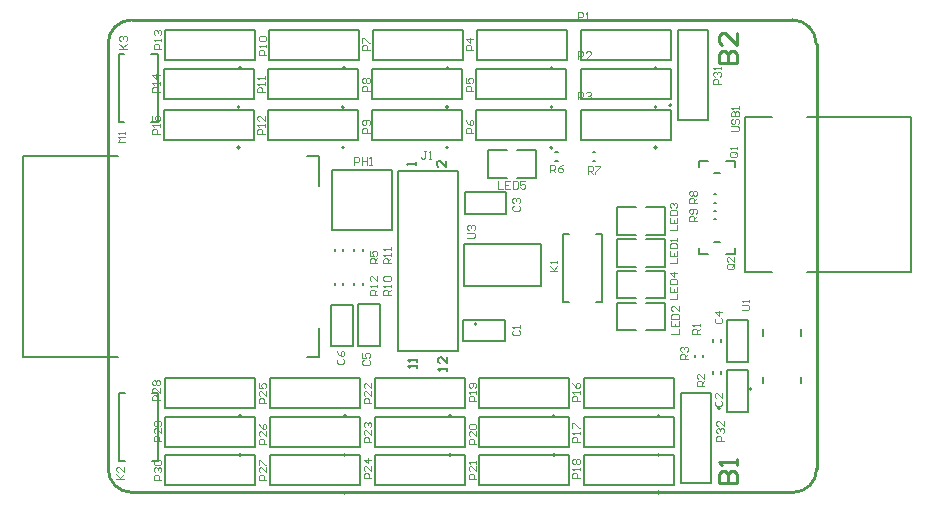
<source format=gto>
G04*
G04 #@! TF.GenerationSoftware,Altium Limited,Altium Designer,22.5.1 (42)*
G04*
G04 Layer_Color=65535*
%FSLAX25Y25*%
%MOIN*%
G70*
G04*
G04 #@! TF.SameCoordinates,6DAD0714-FCB9-4B36-A7BF-7B223F3C5BEE*
G04*
G04*
G04 #@! TF.FilePolarity,Positive*
G04*
G01*
G75*
%ADD10C,0.01000*%
%ADD11C,0.00787*%
%ADD12C,0.00600*%
%ADD13C,0.00500*%
%ADD14C,0.00400*%
D10*
X0Y7874D02*
G03*
X7874Y0I7874J0D01*
G01*
Y157500D02*
G03*
X0Y149626I0J-7874D01*
G01*
X236000Y149606D02*
G03*
X228126Y157480I-7874J0D01*
G01*
X228346Y0D02*
G03*
X236221Y7874I0J7874D01*
G01*
X228346Y0D02*
G03*
X236221Y7874I0J7874D01*
G01*
X236000Y149606D02*
G03*
X228126Y157480I-7874J0D01*
G01*
X7874Y157500D02*
G03*
X0Y149626I0J-7874D01*
G01*
Y7874D02*
G03*
X7874Y0I7874J0D01*
G01*
X0Y7874D02*
Y149606D01*
X7874Y157500D02*
X228346D01*
X236221Y7874D02*
Y149606D01*
X7874Y0D02*
X228346D01*
X7874D02*
X228346D01*
X236221Y7874D02*
Y149606D01*
X7874Y157500D02*
X228346D01*
X0Y7874D02*
Y149606D01*
X203501Y3001D02*
X209499D01*
Y6000D01*
X208499Y7000D01*
X207500D01*
X206500Y6000D01*
Y3001D01*
Y6000D01*
X205500Y7000D01*
X204501D01*
X203501Y6000D01*
Y3001D01*
X209499Y8999D02*
Y10999D01*
Y9999D01*
X203501D01*
X204501Y8999D01*
X203501Y143002D02*
X209499D01*
Y146001D01*
X208499Y147000D01*
X207500D01*
X206500Y146001D01*
Y143002D01*
Y146001D01*
X205500Y147000D01*
X204501D01*
X203501Y146001D01*
Y143002D01*
X209499Y152998D02*
Y149000D01*
X205500Y152998D01*
X204501D01*
X203501Y151999D01*
Y149999D01*
X204501Y149000D01*
D11*
X214575Y34500D02*
G03*
X214575Y34500I-394J0D01*
G01*
X203953Y28000D02*
G03*
X203953Y28000I-394J0D01*
G01*
X183894Y25441D02*
G03*
X183894Y25441I-394J0D01*
G01*
Y12441D02*
G03*
X183894Y12441I-394J0D01*
G01*
Y-59D02*
G03*
X183894Y-59I-394J0D01*
G01*
X148894Y25441D02*
G03*
X148894Y25441I-394J0D01*
G01*
X149019Y12441D02*
G03*
X149019Y12441I-394J0D01*
G01*
Y-59D02*
G03*
X149019Y-59I-394J0D01*
G01*
X114394Y25441D02*
G03*
X114394Y25441I-394J0D01*
G01*
Y12441D02*
G03*
X114394Y12441I-394J0D01*
G01*
Y-59D02*
G03*
X114394Y-59I-394J0D01*
G01*
X79269D02*
G03*
X79269Y-59I-394J0D01*
G01*
Y12441D02*
G03*
X79269Y12441I-394J0D01*
G01*
X79394Y25441D02*
G03*
X79394Y25441I-394J0D01*
G01*
X44394D02*
G03*
X44394Y25441I-394J0D01*
G01*
Y12441D02*
G03*
X44394Y12441I-394J0D01*
G01*
Y-59D02*
G03*
X44394Y-59I-394J0D01*
G01*
X122878Y56146D02*
G03*
X122878Y56146I-394J0D01*
G01*
X187835Y129000D02*
G03*
X187835Y129000I-394J0D01*
G01*
X148144Y114941D02*
G03*
X148144Y114941I-394J0D01*
G01*
Y128441D02*
G03*
X148144Y128441I-394J0D01*
G01*
X148269Y141441D02*
G03*
X148269Y141441I-394J0D01*
G01*
X113394Y114941D02*
G03*
X113394Y114941I-394J0D01*
G01*
Y128441D02*
G03*
X113394Y128441I-394J0D01*
G01*
X113644Y141441D02*
G03*
X113644Y141441I-394J0D01*
G01*
X79019D02*
G03*
X79019Y141441I-394J0D01*
G01*
X78644Y128441D02*
G03*
X78644Y128441I-394J0D01*
G01*
Y114941D02*
G03*
X78644Y114941I-394J0D01*
G01*
X43894D02*
G03*
X43894Y114941I-394J0D01*
G01*
Y128441D02*
G03*
X43894Y128441I-394J0D01*
G01*
X44394Y141441D02*
G03*
X44394Y141441I-394J0D01*
G01*
X182894D02*
G03*
X182894Y141441I-394J0D01*
G01*
Y128441D02*
G03*
X182894Y128441I-394J0D01*
G01*
Y114941D02*
G03*
X182894Y114941I-394J0D01*
G01*
X94500Y87500D02*
Y107500D01*
X74500D02*
X94500D01*
X74500Y87500D02*
X94500D01*
X74500D02*
Y107500D01*
X96500Y107000D02*
X116500D01*
Y47000D02*
Y107000D01*
X96500Y47000D02*
X116500D01*
X96500D02*
Y107000D01*
X230874Y36350D02*
Y38555D01*
X218433Y36350D02*
Y38555D01*
Y52098D02*
Y54303D01*
X230874Y52098D02*
Y54303D01*
X206212Y43546D02*
Y57476D01*
X213298Y43546D02*
Y57476D01*
X206212Y43546D02*
X213298D01*
X206212Y57476D02*
X213261D01*
X206212Y26828D02*
Y40758D01*
X213298Y26828D02*
Y40758D01*
X206212Y26828D02*
X213298D01*
X206212Y40758D02*
X213261D01*
X204457Y39606D02*
Y40394D01*
X201504Y39606D02*
Y40394D01*
Y50244D02*
Y51032D01*
X204457Y50244D02*
Y51032D01*
X198457Y45106D02*
Y45894D01*
X195504Y45106D02*
Y45894D01*
X201000Y3000D02*
Y33000D01*
X191000Y3000D02*
Y33000D01*
Y3000D02*
X201000D01*
X191000Y33000D02*
X201000D01*
X158500Y28000D02*
X188500D01*
X158500Y38000D02*
X188500D01*
X158500Y28000D02*
Y38000D01*
X188500Y28000D02*
Y38000D01*
X158500Y15000D02*
X188500D01*
X158500Y25000D02*
X188500D01*
X158500Y15000D02*
Y25000D01*
X188500Y15000D02*
Y25000D01*
X158500Y2500D02*
X188500D01*
X158500Y12500D02*
X188500D01*
X158500Y2500D02*
Y12500D01*
X188500Y2500D02*
Y12500D01*
X123500Y28000D02*
X153500D01*
X123500Y38000D02*
X153500D01*
X123500Y28000D02*
Y38000D01*
X153500Y28000D02*
Y38000D01*
X123625Y15000D02*
X153625D01*
X123625Y25000D02*
X153625D01*
X123625Y15000D02*
Y25000D01*
X153625Y15000D02*
Y25000D01*
X123625Y2500D02*
X153625D01*
X123625Y12500D02*
X153625D01*
X123625Y2500D02*
Y12500D01*
X153625Y2500D02*
Y12500D01*
X89000Y28000D02*
X119000D01*
X89000Y38000D02*
X119000D01*
X89000Y28000D02*
Y38000D01*
X119000Y28000D02*
Y38000D01*
X89000Y15000D02*
X119000D01*
X89000Y25000D02*
X119000D01*
X89000Y15000D02*
Y25000D01*
X119000Y15000D02*
Y25000D01*
X89000Y2500D02*
X119000D01*
X89000Y12500D02*
X119000D01*
X89000Y2500D02*
Y12500D01*
X119000Y2500D02*
Y12500D01*
X53875Y2500D02*
X83875D01*
X53875Y12500D02*
X83875D01*
X53875Y2500D02*
Y12500D01*
X83875Y2500D02*
Y12500D01*
X53875Y15000D02*
X83875D01*
X53875Y25000D02*
X83875D01*
X53875Y15000D02*
Y25000D01*
X83875Y15000D02*
Y25000D01*
X54000Y28000D02*
X84000D01*
X54000Y38000D02*
X84000D01*
X54000Y28000D02*
Y38000D01*
X84000Y28000D02*
Y38000D01*
X19000Y28000D02*
X49000D01*
X19000Y38000D02*
X49000D01*
X19000Y28000D02*
Y38000D01*
X49000Y28000D02*
Y38000D01*
Y15000D02*
Y25000D01*
X19000Y15000D02*
Y25000D01*
X49000D01*
X19000Y15000D02*
X49000D01*
X19000Y2500D02*
X49000D01*
X19000Y12500D02*
X49000D01*
X19000Y2500D02*
Y12500D01*
X49000Y2500D02*
Y12500D01*
X-28213Y45035D02*
Y111965D01*
X66276Y45035D02*
X70213D01*
Y54878D01*
Y102122D02*
Y111965D01*
X66276D02*
X70213D01*
X-28213Y45035D02*
X3283D01*
X-28213Y111965D02*
X3283D01*
X84996Y80356D02*
Y81144D01*
X82043Y80356D02*
Y81144D01*
X75504Y80356D02*
Y81144D01*
X78457Y80356D02*
Y81144D01*
X233075Y73492D02*
X267721D01*
Y125067D01*
X233075D02*
X267721D01*
X212209Y73492D02*
X221264D01*
X212209D02*
Y125067D01*
X221264D01*
X201957Y99496D02*
X202744D01*
X201957Y96543D02*
X202744D01*
X201957Y91004D02*
X202744D01*
X201957Y93957D02*
X202744D01*
X185500Y53973D02*
Y63028D01*
X169752Y53973D02*
Y63028D01*
X179201Y53973D02*
X185500D01*
X169752D02*
X176051D01*
X179201Y63028D02*
X185500D01*
X169752D02*
X176051D01*
X169752Y64629D02*
Y73684D01*
X185500Y64629D02*
Y73684D01*
X169752D02*
X176051D01*
X179201D02*
X185500D01*
X169752Y64629D02*
X176051D01*
X179201D02*
X185500D01*
X169752Y85941D02*
Y94996D01*
X185500Y85941D02*
Y94996D01*
X169752D02*
X176051D01*
X179201D02*
X185500D01*
X169752Y85941D02*
X176051D01*
X179201D02*
X185500D01*
Y75285D02*
Y84340D01*
X169752Y75285D02*
Y84340D01*
X179201Y75285D02*
X185500D01*
X169752D02*
X176051D01*
X179201Y84340D02*
X185500D01*
X169752D02*
X176051D01*
X118350Y50457D02*
X132280D01*
X118350Y57543D02*
X132280D01*
Y50457D02*
Y57543D01*
X118350Y50457D02*
Y57506D01*
X81543Y48658D02*
Y62587D01*
X74457Y48658D02*
Y62587D01*
X81543D01*
X74494Y48658D02*
X81543D01*
X90543Y48850D02*
Y62780D01*
X83457Y48850D02*
Y62780D01*
X90543D01*
X83495Y48850D02*
X90543D01*
X75504Y69106D02*
Y69894D01*
X78457Y69106D02*
Y69894D01*
X82043Y69106D02*
Y69894D01*
X84996Y69106D02*
Y69894D01*
X118850Y92957D02*
X132780D01*
X118850Y100043D02*
X132780D01*
Y92957D02*
Y100043D01*
X118850Y92957D02*
Y100005D01*
X126752Y104941D02*
Y113996D01*
X142500Y104941D02*
Y113996D01*
X126752D02*
X133051D01*
X136201D02*
X142500D01*
X126752Y104941D02*
X133051D01*
X136201D02*
X142500D01*
X149106Y113457D02*
X149894D01*
X149106Y110504D02*
X149894D01*
X161606Y113457D02*
X162394D01*
X161606Y110504D02*
X162394D01*
X190000Y124000D02*
Y154000D01*
X200000Y124000D02*
Y154000D01*
X190000D02*
X200000D01*
X190000Y124000D02*
X200000D01*
X122750Y117500D02*
X152750D01*
X122750Y127500D02*
X152750D01*
X122750Y117500D02*
Y127500D01*
X152750Y117500D02*
Y127500D01*
X122750Y131000D02*
X152750D01*
X122750Y141000D02*
X152750D01*
X122750Y131000D02*
Y141000D01*
X152750Y131000D02*
Y141000D01*
X122875Y144000D02*
X152875D01*
X122875Y154000D02*
X152875D01*
X122875Y144000D02*
Y154000D01*
X152875Y144000D02*
Y154000D01*
X88000Y117500D02*
X118000D01*
X88000Y127500D02*
X118000D01*
X88000Y117500D02*
Y127500D01*
X118000Y117500D02*
Y127500D01*
X88000Y131000D02*
X118000D01*
X88000Y141000D02*
X118000D01*
X88000Y131000D02*
Y141000D01*
X118000Y131000D02*
Y141000D01*
X88250Y144000D02*
X118250D01*
X88250Y154000D02*
X118250D01*
X88250Y144000D02*
Y154000D01*
X118250Y144000D02*
Y154000D01*
X53625Y144000D02*
X83625D01*
X53625Y154000D02*
X83625D01*
X53625Y144000D02*
Y154000D01*
X83625Y144000D02*
Y154000D01*
X53250Y131000D02*
X83250D01*
X53250Y141000D02*
X83250D01*
X53250Y131000D02*
Y141000D01*
X83250Y131000D02*
Y141000D01*
X53250Y117500D02*
X83250D01*
X53250Y127500D02*
X83250D01*
X53250Y117500D02*
Y127500D01*
X83250Y117500D02*
Y127500D01*
X18500Y117500D02*
X48500D01*
X18500Y127500D02*
X48500D01*
X18500Y117500D02*
Y127500D01*
X48500Y117500D02*
Y127500D01*
X18500Y131000D02*
X48500D01*
X18500Y141000D02*
X48500D01*
X18500Y131000D02*
Y141000D01*
X48500Y131000D02*
Y141000D01*
X19000Y144000D02*
X49000D01*
X19000Y154000D02*
X49000D01*
X19000Y144000D02*
Y154000D01*
X49000Y144000D02*
Y154000D01*
X187500Y144000D02*
Y154000D01*
X157500Y144000D02*
Y154000D01*
X187500D01*
X157500Y144000D02*
X187500D01*
Y131000D02*
Y141000D01*
X157500Y131000D02*
Y141000D01*
X187500D01*
X157500Y131000D02*
X187500D01*
Y117500D02*
Y127500D01*
X157500Y117500D02*
Y127500D01*
X187500D01*
X157500Y117500D02*
X187500D01*
D12*
X3500Y10500D02*
Y33000D01*
X16500Y10500D02*
Y33000D01*
X3500Y10500D02*
X5800D01*
X3500Y33000D02*
X5800D01*
X14600Y10500D02*
X16500D01*
X14600Y33000D02*
X16500D01*
X151500Y63500D02*
Y86000D01*
X164500Y63500D02*
Y86000D01*
X151500Y63500D02*
X153800D01*
X151500Y86000D02*
X153800D01*
X162600Y63500D02*
X164500D01*
X162600Y86000D02*
X164500D01*
X16499Y123500D02*
Y146000D01*
X3500Y123500D02*
Y146000D01*
X14199D02*
X16499D01*
X14199Y123500D02*
X16499D01*
X3500Y146000D02*
X5399D01*
X3500Y123500D02*
X5399D01*
D13*
X197095Y110468D02*
X200047D01*
X197095Y108500D02*
Y110468D01*
X205953D02*
X208906D01*
Y108500D02*
Y110468D01*
X202016Y106532D02*
X203984D01*
X205953Y79532D02*
X208906D01*
Y81500D01*
X197095Y79532D02*
X200047D01*
X197095D02*
Y81500D01*
X202016Y83469D02*
X203984D01*
X118695Y68931D02*
Y82730D01*
X144305D01*
Y68931D02*
Y82730D01*
X118695Y68931D02*
X144305D01*
X112500Y110499D02*
Y108500D01*
X110501Y110499D01*
X110001D01*
X109501Y110000D01*
Y109000D01*
X110001Y108500D01*
X102500Y109000D02*
Y110000D01*
Y109500D01*
X99501D01*
X100001Y109000D01*
X103000Y41500D02*
Y42500D01*
Y42000D01*
X100001D01*
X100501Y41500D01*
X103000Y43500D02*
Y44500D01*
Y44000D01*
X100001D01*
X100501Y43500D01*
X113000Y40500D02*
Y41500D01*
Y41000D01*
X110001D01*
X110501Y40500D01*
X113000Y44998D02*
Y42999D01*
X111001Y44998D01*
X110501D01*
X110001Y44499D01*
Y43499D01*
X110501Y42999D01*
D14*
X82084Y109250D02*
Y111750D01*
X83334D01*
X83750Y111333D01*
Y110500D01*
X83334Y110083D01*
X82084D01*
X84583Y111750D02*
Y109250D01*
Y110500D01*
X86250D01*
Y111750D01*
Y109250D01*
X87083D02*
X87916D01*
X87499D01*
Y111750D01*
X87083Y111333D01*
X106000Y113750D02*
X105167D01*
X105584D01*
Y111667D01*
X105167Y111250D01*
X104750D01*
X104334Y111667D01*
X106833Y111250D02*
X107666D01*
X107250D01*
Y113750D01*
X106833Y113333D01*
X211250Y60834D02*
X213333D01*
X213750Y61250D01*
Y62084D01*
X213333Y62500D01*
X211250D01*
X213750Y63333D02*
Y64166D01*
Y63750D01*
X211250D01*
X211667Y63333D01*
X202667Y58083D02*
X202250Y57667D01*
Y56834D01*
X202667Y56417D01*
X204333D01*
X204750Y56834D01*
Y57667D01*
X204333Y58083D01*
X204750Y60166D02*
X202250D01*
X203500Y58916D01*
Y60583D01*
X202667Y30584D02*
X202250Y30167D01*
Y29334D01*
X202667Y28917D01*
X204333D01*
X204750Y29334D01*
Y30167D01*
X204333Y30584D01*
X204750Y33083D02*
Y31416D01*
X203083Y33083D01*
X202667D01*
X202250Y32666D01*
Y31833D01*
X202667Y31416D01*
X198750Y35417D02*
X196250D01*
Y36667D01*
X196667Y37084D01*
X197500D01*
X197916Y36667D01*
Y35417D01*
Y36250D02*
X198750Y37084D01*
Y39583D02*
Y37916D01*
X197083Y39583D01*
X196667D01*
X196250Y39166D01*
Y38333D01*
X196667Y37916D01*
X197250Y52834D02*
X194750D01*
Y54084D01*
X195167Y54500D01*
X196000D01*
X196416Y54084D01*
Y52834D01*
Y53667D02*
X197250Y54500D01*
Y55333D02*
Y56166D01*
Y55750D01*
X194750D01*
X195167Y55333D01*
X193250Y44417D02*
X190750D01*
Y45667D01*
X191167Y46084D01*
X192000D01*
X192417Y45667D01*
Y44417D01*
Y45250D02*
X193250Y46084D01*
X191167Y46916D02*
X190750Y47333D01*
Y48166D01*
X191167Y48583D01*
X191583D01*
X192000Y48166D01*
Y47750D01*
Y48166D01*
X192417Y48583D01*
X192833D01*
X193250Y48166D01*
Y47333D01*
X192833Y46916D01*
X205250Y17168D02*
X202750D01*
Y18417D01*
X203167Y18834D01*
X204000D01*
X204416Y18417D01*
Y17168D01*
X203167Y19667D02*
X202750Y20084D01*
Y20917D01*
X203167Y21333D01*
X203584D01*
X204000Y20917D01*
Y20500D01*
Y20917D01*
X204416Y21333D01*
X204833D01*
X205250Y20917D01*
Y20084D01*
X204833Y19667D01*
X205250Y23832D02*
Y22166D01*
X203584Y23832D01*
X203167D01*
X202750Y23416D01*
Y22583D01*
X203167Y22166D01*
X157250Y30376D02*
X154750D01*
Y31626D01*
X155167Y32042D01*
X156000D01*
X156416Y31626D01*
Y30376D01*
X157250Y32875D02*
Y33708D01*
Y33292D01*
X154750D01*
X155167Y32875D01*
X154750Y36624D02*
X155167Y35791D01*
X156000Y34958D01*
X156833D01*
X157250Y35374D01*
Y36208D01*
X156833Y36624D01*
X156416D01*
X156000Y36208D01*
Y34958D01*
X157250Y16876D02*
X154750D01*
Y18126D01*
X155167Y18542D01*
X156000D01*
X156416Y18126D01*
Y16876D01*
X157250Y19375D02*
Y20208D01*
Y19792D01*
X154750D01*
X155167Y19375D01*
X154750Y21458D02*
Y23124D01*
X155167D01*
X156833Y21458D01*
X157250D01*
Y4876D02*
X154750D01*
Y6126D01*
X155167Y6542D01*
X156000D01*
X156416Y6126D01*
Y4876D01*
X157250Y7375D02*
Y8208D01*
Y7792D01*
X154750D01*
X155167Y7375D01*
Y9458D02*
X154750Y9874D01*
Y10707D01*
X155167Y11124D01*
X155583D01*
X156000Y10707D01*
X156416Y11124D01*
X156833D01*
X157250Y10707D01*
Y9874D01*
X156833Y9458D01*
X156416D01*
X156000Y9874D01*
X155583Y9458D01*
X155167D01*
X156000Y9874D02*
Y10707D01*
X122750Y30376D02*
X120250D01*
Y31626D01*
X120667Y32042D01*
X121500D01*
X121916Y31626D01*
Y30376D01*
X122750Y32875D02*
Y33708D01*
Y33292D01*
X120250D01*
X120667Y32875D01*
X122333Y34958D02*
X122750Y35374D01*
Y36208D01*
X122333Y36624D01*
X120667D01*
X120250Y36208D01*
Y35374D01*
X120667Y34958D01*
X121083D01*
X121500Y35374D01*
Y36624D01*
X122750Y16168D02*
X120250D01*
Y17417D01*
X120667Y17834D01*
X121500D01*
X121916Y17417D01*
Y16168D01*
X122750Y20333D02*
Y18667D01*
X121083Y20333D01*
X120667D01*
X120250Y19917D01*
Y19083D01*
X120667Y18667D01*
Y21166D02*
X120250Y21583D01*
Y22416D01*
X120667Y22832D01*
X122333D01*
X122750Y22416D01*
Y21583D01*
X122333Y21166D01*
X120667D01*
X122750Y4584D02*
X120250D01*
Y5834D01*
X120667Y6250D01*
X121500D01*
X121916Y5834D01*
Y4584D01*
X122750Y8750D02*
Y7084D01*
X121083Y8750D01*
X120667D01*
X120250Y8333D01*
Y7500D01*
X120667Y7084D01*
X122750Y9583D02*
Y10416D01*
Y9999D01*
X120250D01*
X120667Y9583D01*
X87750Y29668D02*
X85250D01*
Y30917D01*
X85667Y31334D01*
X86500D01*
X86917Y30917D01*
Y29668D01*
X87750Y33833D02*
Y32167D01*
X86084Y33833D01*
X85667D01*
X85250Y33417D01*
Y32583D01*
X85667Y32167D01*
X87750Y36332D02*
Y34666D01*
X86084Y36332D01*
X85667D01*
X85250Y35916D01*
Y35083D01*
X85667Y34666D01*
X87750Y16668D02*
X85250D01*
Y17917D01*
X85667Y18334D01*
X86500D01*
X86917Y17917D01*
Y16668D01*
X87750Y20833D02*
Y19167D01*
X86084Y20833D01*
X85667D01*
X85250Y20416D01*
Y19583D01*
X85667Y19167D01*
Y21666D02*
X85250Y22083D01*
Y22916D01*
X85667Y23332D01*
X86084D01*
X86500Y22916D01*
Y22499D01*
Y22916D01*
X86917Y23332D01*
X87333D01*
X87750Y22916D01*
Y22083D01*
X87333Y21666D01*
X87750Y4668D02*
X85250D01*
Y5917D01*
X85667Y6334D01*
X86500D01*
X86917Y5917D01*
Y4668D01*
X87750Y8833D02*
Y7167D01*
X86084Y8833D01*
X85667D01*
X85250Y8416D01*
Y7583D01*
X85667Y7167D01*
X87750Y10916D02*
X85250D01*
X86500Y9666D01*
Y11332D01*
X52750Y4168D02*
X50250D01*
Y5417D01*
X50667Y5834D01*
X51500D01*
X51916Y5417D01*
Y4168D01*
X52750Y8333D02*
Y6667D01*
X51083Y8333D01*
X50667D01*
X50250Y7916D01*
Y7084D01*
X50667Y6667D01*
X50250Y9166D02*
Y10832D01*
X50667D01*
X52333Y9166D01*
X52750D01*
Y16168D02*
X50250D01*
Y17417D01*
X50667Y17834D01*
X51500D01*
X51916Y17417D01*
Y16168D01*
X52750Y20333D02*
Y18667D01*
X51083Y20333D01*
X50667D01*
X50250Y19917D01*
Y19083D01*
X50667Y18667D01*
X50250Y22832D02*
X50667Y21999D01*
X51500Y21166D01*
X52333D01*
X52750Y21583D01*
Y22416D01*
X52333Y22832D01*
X51916D01*
X51500Y22416D01*
Y21166D01*
X52750Y29668D02*
X50250D01*
Y30917D01*
X50667Y31334D01*
X51500D01*
X51916Y30917D01*
Y29668D01*
X52750Y33833D02*
Y32167D01*
X51083Y33833D01*
X50667D01*
X50250Y33417D01*
Y32583D01*
X50667Y32167D01*
X50250Y36332D02*
Y34666D01*
X51500D01*
X51083Y35499D01*
Y35916D01*
X51500Y36332D01*
X52333D01*
X52750Y35916D01*
Y35083D01*
X52333Y34666D01*
X17250Y30668D02*
X14750D01*
Y31917D01*
X15167Y32334D01*
X16000D01*
X16417Y31917D01*
Y30668D01*
X17250Y34833D02*
Y33167D01*
X15584Y34833D01*
X15167D01*
X14750Y34416D01*
Y33584D01*
X15167Y33167D01*
Y35666D02*
X14750Y36083D01*
Y36916D01*
X15167Y37332D01*
X15584D01*
X16000Y36916D01*
X16417Y37332D01*
X16833D01*
X17250Y36916D01*
Y36083D01*
X16833Y35666D01*
X16417D01*
X16000Y36083D01*
X15584Y35666D01*
X15167D01*
X16000Y36083D02*
Y36916D01*
X17750Y17168D02*
X15250D01*
Y18417D01*
X15667Y18834D01*
X16500D01*
X16917Y18417D01*
Y17168D01*
X17750Y21333D02*
Y19667D01*
X16083Y21333D01*
X15667D01*
X15250Y20917D01*
Y20084D01*
X15667Y19667D01*
X17333Y22166D02*
X17750Y22583D01*
Y23416D01*
X17333Y23832D01*
X15667D01*
X15250Y23416D01*
Y22583D01*
X15667Y22166D01*
X16083D01*
X16500Y22583D01*
Y23832D01*
X17750Y4168D02*
X15250D01*
Y5417D01*
X15667Y5834D01*
X16500D01*
X16917Y5417D01*
Y4168D01*
X15667Y6667D02*
X15250Y7084D01*
Y7916D01*
X15667Y8333D01*
X16083D01*
X16500Y7916D01*
Y7500D01*
Y7916D01*
X16917Y8333D01*
X17333D01*
X17750Y7916D01*
Y7084D01*
X17333Y6667D01*
X15667Y9166D02*
X15250Y9583D01*
Y10416D01*
X15667Y10832D01*
X17333D01*
X17750Y10416D01*
Y9583D01*
X17333Y9166D01*
X15667D01*
X2750Y4417D02*
X5250D01*
X4417D01*
X2750Y6084D01*
X4000Y4834D01*
X5250Y6084D01*
Y8583D02*
Y6916D01*
X3583Y8583D01*
X3167D01*
X2750Y8166D01*
Y7333D01*
X3167Y6916D01*
X5750Y116834D02*
X3250D01*
X4084Y117667D01*
X3250Y118500D01*
X5750D01*
Y119333D02*
Y120166D01*
Y119750D01*
X3250D01*
X3667Y119333D01*
X94250Y76293D02*
X91750D01*
Y77542D01*
X92167Y77959D01*
X93000D01*
X93417Y77542D01*
Y76293D01*
Y77126D02*
X94250Y77959D01*
Y78792D02*
Y79625D01*
Y79208D01*
X91750D01*
X92167Y78792D01*
X94250Y80874D02*
Y81708D01*
Y81291D01*
X91750D01*
X92167Y80874D01*
X89750Y76293D02*
X87250D01*
Y77542D01*
X87667Y77959D01*
X88500D01*
X88916Y77542D01*
Y76293D01*
Y77126D02*
X89750Y77959D01*
X87250Y80458D02*
Y78792D01*
X88500D01*
X88083Y79625D01*
Y80041D01*
X88500Y80458D01*
X89333D01*
X89750Y80041D01*
Y79208D01*
X89333Y78792D01*
X147250Y73834D02*
X149750D01*
X148916D01*
X147250Y75500D01*
X148500Y74250D01*
X149750Y75500D01*
Y76333D02*
Y77166D01*
Y76750D01*
X147250D01*
X147667Y76333D01*
X207750Y120335D02*
X209833D01*
X210250Y120751D01*
Y121584D01*
X209833Y122001D01*
X207750D01*
X208167Y124500D02*
X207750Y124083D01*
Y123250D01*
X208167Y122834D01*
X208583D01*
X209000Y123250D01*
Y124083D01*
X209417Y124500D01*
X209833D01*
X210250Y124083D01*
Y123250D01*
X209833Y122834D01*
X207750Y125333D02*
X210250D01*
Y126583D01*
X209833Y126999D01*
X209417D01*
X209000Y126583D01*
Y125333D01*
Y126583D01*
X208583Y126999D01*
X208167D01*
X207750Y126583D01*
Y125333D01*
X210250Y127832D02*
Y128665D01*
Y128249D01*
X207750D01*
X208167Y127832D01*
X209333Y113500D02*
X207667D01*
X207250Y113084D01*
Y112250D01*
X207667Y111834D01*
X209333D01*
X209750Y112250D01*
Y113084D01*
X208916Y112667D02*
X209750Y113500D01*
Y113084D02*
X209333Y113500D01*
X209750Y114333D02*
Y115166D01*
Y114750D01*
X207250D01*
X207667Y114333D01*
X196250Y96417D02*
X193750D01*
Y97667D01*
X194167Y98084D01*
X195000D01*
X195416Y97667D01*
Y96417D01*
Y97250D02*
X196250Y98084D01*
X194167Y98917D02*
X193750Y99333D01*
Y100166D01*
X194167Y100583D01*
X194583D01*
X195000Y100166D01*
X195416Y100583D01*
X195833D01*
X196250Y100166D01*
Y99333D01*
X195833Y98917D01*
X195416D01*
X195000Y99333D01*
X194583Y98917D01*
X194167D01*
X195000Y99333D02*
Y100166D01*
X196250Y90417D02*
X193750D01*
Y91667D01*
X194167Y92084D01*
X195000D01*
X195416Y91667D01*
Y90417D01*
Y91250D02*
X196250Y92084D01*
X195833Y92917D02*
X196250Y93333D01*
Y94166D01*
X195833Y94583D01*
X194167D01*
X193750Y94166D01*
Y93333D01*
X194167Y92917D01*
X194583D01*
X195000Y93333D01*
Y94583D01*
X208333Y76083D02*
X206667D01*
X206250Y75667D01*
Y74834D01*
X206667Y74417D01*
X208333D01*
X208750Y74834D01*
Y75667D01*
X207916Y75250D02*
X208750Y76083D01*
Y75667D02*
X208333Y76083D01*
X208750Y78583D02*
Y76916D01*
X207083Y78583D01*
X206667D01*
X206250Y78166D01*
Y77333D01*
X206667Y76916D01*
X187750Y52918D02*
X190250D01*
Y54584D01*
X187750Y57083D02*
Y55417D01*
X190250D01*
Y57083D01*
X189000Y55417D02*
Y56250D01*
X187750Y57916D02*
X190250D01*
Y59166D01*
X189833Y59583D01*
X188167D01*
X187750Y59166D01*
Y57916D01*
X190250Y62082D02*
Y60416D01*
X188583Y62082D01*
X188167D01*
X187750Y61665D01*
Y60832D01*
X188167Y60416D01*
X187250Y64418D02*
X189750D01*
Y66084D01*
X187250Y68584D02*
Y66917D01*
X189750D01*
Y68584D01*
X188500Y66917D02*
Y67750D01*
X187250Y69416D02*
X189750D01*
Y70666D01*
X189333Y71083D01*
X187667D01*
X187250Y70666D01*
Y69416D01*
X189750Y73165D02*
X187250D01*
X188500Y71916D01*
Y73582D01*
X187250Y87418D02*
X189750D01*
Y89084D01*
X187250Y91584D02*
Y89917D01*
X189750D01*
Y91584D01*
X188500Y89917D02*
Y90750D01*
X187250Y92417D02*
X189750D01*
Y93666D01*
X189333Y94083D01*
X187667D01*
X187250Y93666D01*
Y92417D01*
X187667Y94916D02*
X187250Y95332D01*
Y96165D01*
X187667Y96582D01*
X188084D01*
X188500Y96165D01*
Y95749D01*
Y96165D01*
X188917Y96582D01*
X189333D01*
X189750Y96165D01*
Y95332D01*
X189333Y94916D01*
X187250Y76335D02*
X189750D01*
Y78001D01*
X187250Y80500D02*
Y78834D01*
X189750D01*
Y80500D01*
X188500Y78834D02*
Y79667D01*
X187250Y81333D02*
X189750D01*
Y82583D01*
X189333Y82999D01*
X187667D01*
X187250Y82583D01*
Y81333D01*
X189750Y83832D02*
Y84665D01*
Y84249D01*
X187250D01*
X187667Y83832D01*
X135167Y54000D02*
X134750Y53584D01*
Y52750D01*
X135167Y52334D01*
X136833D01*
X137250Y52750D01*
Y53584D01*
X136833Y54000D01*
X137250Y54833D02*
Y55666D01*
Y55250D01*
X134750D01*
X135167Y54833D01*
X119750Y84917D02*
X121833D01*
X122250Y85334D01*
Y86167D01*
X121833Y86584D01*
X119750D01*
X120167Y87416D02*
X119750Y87833D01*
Y88666D01*
X120167Y89083D01*
X120583D01*
X121000Y88666D01*
Y88250D01*
Y88666D01*
X121416Y89083D01*
X121833D01*
X122250Y88666D01*
Y87833D01*
X121833Y87416D01*
X76667Y44583D02*
X76250Y44167D01*
Y43334D01*
X76667Y42917D01*
X78333D01*
X78750Y43334D01*
Y44167D01*
X78333Y44583D01*
X76250Y47083D02*
X76667Y46250D01*
X77500Y45417D01*
X78333D01*
X78750Y45833D01*
Y46666D01*
X78333Y47083D01*
X77917D01*
X77500Y46666D01*
Y45417D01*
X85167Y44083D02*
X84750Y43667D01*
Y42834D01*
X85167Y42417D01*
X86833D01*
X87250Y42834D01*
Y43667D01*
X86833Y44083D01*
X84750Y46583D02*
Y44916D01*
X86000D01*
X85584Y45750D01*
Y46166D01*
X86000Y46583D01*
X86833D01*
X87250Y46166D01*
Y45333D01*
X86833Y44916D01*
X89750Y65876D02*
X87250D01*
Y67126D01*
X87667Y67542D01*
X88500D01*
X88916Y67126D01*
Y65876D01*
Y66709D02*
X89750Y67542D01*
Y68375D02*
Y69208D01*
Y68792D01*
X87250D01*
X87667Y68375D01*
X89750Y72124D02*
Y70458D01*
X88083Y72124D01*
X87667D01*
X87250Y71707D01*
Y70874D01*
X87667Y70458D01*
X94250Y65876D02*
X91750D01*
Y67126D01*
X92167Y67542D01*
X93000D01*
X93417Y67126D01*
Y65876D01*
Y66709D02*
X94250Y67542D01*
Y68375D02*
Y69208D01*
Y68792D01*
X91750D01*
X92167Y68375D01*
Y70458D02*
X91750Y70874D01*
Y71707D01*
X92167Y72124D01*
X93833D01*
X94250Y71707D01*
Y70874D01*
X93833Y70458D01*
X92167D01*
X135167Y95583D02*
X134750Y95167D01*
Y94334D01*
X135167Y93917D01*
X136833D01*
X137250Y94334D01*
Y95167D01*
X136833Y95583D01*
X135167Y96416D02*
X134750Y96833D01*
Y97666D01*
X135167Y98083D01*
X135583D01*
X136000Y97666D01*
Y97250D01*
Y97666D01*
X136416Y98083D01*
X136833D01*
X137250Y97666D01*
Y96833D01*
X136833Y96416D01*
X129918Y103750D02*
Y101250D01*
X131584D01*
X134083Y103750D02*
X132417D01*
Y101250D01*
X134083D01*
X132417Y102500D02*
X133250D01*
X134916Y103750D02*
Y101250D01*
X136166D01*
X136583Y101667D01*
Y103333D01*
X136166Y103750D01*
X134916D01*
X139082D02*
X137416D01*
Y102500D01*
X138249Y102917D01*
X138665D01*
X139082Y102500D01*
Y101667D01*
X138665Y101250D01*
X137832D01*
X137416Y101667D01*
X147417Y106750D02*
Y109250D01*
X148667D01*
X149083Y108833D01*
Y108000D01*
X148667Y107583D01*
X147417D01*
X148250D02*
X149083Y106750D01*
X151583Y109250D02*
X150750Y108833D01*
X149917Y108000D01*
Y107167D01*
X150333Y106750D01*
X151166D01*
X151583Y107167D01*
Y107583D01*
X151166Y108000D01*
X149917D01*
X159917Y106250D02*
Y108750D01*
X161167D01*
X161583Y108333D01*
Y107500D01*
X161167Y107083D01*
X159917D01*
X160750D02*
X161583Y106250D01*
X162417Y108750D02*
X164083D01*
Y108333D01*
X162417Y106667D01*
Y106250D01*
X204250Y136084D02*
X201750D01*
Y137334D01*
X202167Y137750D01*
X203000D01*
X203416Y137334D01*
Y136084D01*
X202167Y138584D02*
X201750Y139000D01*
Y139833D01*
X202167Y140250D01*
X202584D01*
X203000Y139833D01*
Y139417D01*
Y139833D01*
X203416Y140250D01*
X203833D01*
X204250Y139833D01*
Y139000D01*
X203833Y138584D01*
X204250Y141083D02*
Y141916D01*
Y141499D01*
X201750D01*
X202167Y141083D01*
X121750Y119917D02*
X119250D01*
Y121167D01*
X119667Y121583D01*
X120500D01*
X120916Y121167D01*
Y119917D01*
X119250Y124083D02*
X119667Y123250D01*
X120500Y122416D01*
X121333D01*
X121750Y122833D01*
Y123666D01*
X121333Y124083D01*
X120916D01*
X120500Y123666D01*
Y122416D01*
X121750Y133917D02*
X119250D01*
Y135167D01*
X119667Y135583D01*
X120500D01*
X120916Y135167D01*
Y133917D01*
X119250Y138083D02*
Y136416D01*
X120500D01*
X120083Y137250D01*
Y137666D01*
X120500Y138083D01*
X121333D01*
X121750Y137666D01*
Y136833D01*
X121333Y136416D01*
X121750Y147417D02*
X119250D01*
Y148667D01*
X119667Y149083D01*
X120500D01*
X120916Y148667D01*
Y147417D01*
X121750Y151166D02*
X119250D01*
X120500Y149917D01*
Y151583D01*
X87250Y119917D02*
X84750D01*
Y121167D01*
X85167Y121583D01*
X86000D01*
X86417Y121167D01*
Y119917D01*
X86833Y122416D02*
X87250Y122833D01*
Y123666D01*
X86833Y124083D01*
X85167D01*
X84750Y123666D01*
Y122833D01*
X85167Y122416D01*
X85584D01*
X86000Y122833D01*
Y124083D01*
X87250Y133917D02*
X84750D01*
Y135167D01*
X85167Y135583D01*
X86000D01*
X86417Y135167D01*
Y133917D01*
X85167Y136416D02*
X84750Y136833D01*
Y137666D01*
X85167Y138083D01*
X85584D01*
X86000Y137666D01*
X86417Y138083D01*
X86833D01*
X87250Y137666D01*
Y136833D01*
X86833Y136416D01*
X86417D01*
X86000Y136833D01*
X85584Y136416D01*
X85167D01*
X86000Y136833D02*
Y137666D01*
X87250Y147417D02*
X84750D01*
Y148667D01*
X85167Y149083D01*
X86000D01*
X86417Y148667D01*
Y147417D01*
X84750Y149917D02*
Y151583D01*
X85167D01*
X86833Y149917D01*
X87250D01*
X52750Y145876D02*
X50250D01*
Y147126D01*
X50667Y147542D01*
X51500D01*
X51916Y147126D01*
Y145876D01*
X52750Y148375D02*
Y149208D01*
Y148792D01*
X50250D01*
X50667Y148375D01*
Y150458D02*
X50250Y150874D01*
Y151707D01*
X50667Y152124D01*
X52333D01*
X52750Y151707D01*
Y150874D01*
X52333Y150458D01*
X50667D01*
X52250Y133293D02*
X49750D01*
Y134542D01*
X50167Y134959D01*
X51000D01*
X51416Y134542D01*
Y133293D01*
X52250Y135792D02*
Y136625D01*
Y136208D01*
X49750D01*
X50167Y135792D01*
X52250Y137874D02*
Y138707D01*
Y138291D01*
X49750D01*
X50167Y137874D01*
X52250Y119376D02*
X49750D01*
Y120626D01*
X50167Y121042D01*
X51000D01*
X51416Y120626D01*
Y119376D01*
X52250Y121875D02*
Y122708D01*
Y122292D01*
X49750D01*
X50167Y121875D01*
X52250Y125624D02*
Y123958D01*
X50583Y125624D01*
X50167D01*
X49750Y125207D01*
Y124374D01*
X50167Y123958D01*
X17250Y119376D02*
X14750D01*
Y120626D01*
X15167Y121042D01*
X16000D01*
X16417Y120626D01*
Y119376D01*
X17250Y121875D02*
Y122708D01*
Y122292D01*
X14750D01*
X15167Y121875D01*
X14750Y125624D02*
Y123958D01*
X16000D01*
X15583Y124791D01*
Y125207D01*
X16000Y125624D01*
X16833D01*
X17250Y125207D01*
Y124374D01*
X16833Y123958D01*
X17250Y133376D02*
X14750D01*
Y134626D01*
X15167Y135042D01*
X16000D01*
X16417Y134626D01*
Y133376D01*
X17250Y135875D02*
Y136708D01*
Y136292D01*
X14750D01*
X15167Y135875D01*
X17250Y139207D02*
X14750D01*
X16000Y137958D01*
Y139624D01*
X17750Y147876D02*
X15250D01*
Y149126D01*
X15667Y149542D01*
X16500D01*
X16917Y149126D01*
Y147876D01*
X17750Y150375D02*
Y151208D01*
Y150792D01*
X15250D01*
X15667Y150375D01*
Y152458D02*
X15250Y152874D01*
Y153708D01*
X15667Y154124D01*
X16083D01*
X16500Y153708D01*
Y153291D01*
Y153708D01*
X16917Y154124D01*
X17333D01*
X17750Y153708D01*
Y152874D01*
X17333Y152458D01*
X3750Y147917D02*
X6250D01*
X5416D01*
X3750Y149583D01*
X5000Y148334D01*
X6250Y149583D01*
X4167Y150417D02*
X3750Y150833D01*
Y151666D01*
X4167Y152083D01*
X4583D01*
X5000Y151666D01*
Y151250D01*
Y151666D01*
X5416Y152083D01*
X5833D01*
X6250Y151666D01*
Y150833D01*
X5833Y150417D01*
X156800Y131000D02*
Y133499D01*
X158050D01*
X158466Y133083D01*
Y132250D01*
X158050Y131833D01*
X156800D01*
X159299Y133083D02*
X159716Y133499D01*
X160549D01*
X160965Y133083D01*
Y132666D01*
X160549Y132250D01*
X160132D01*
X160549D01*
X160965Y131833D01*
Y131416D01*
X160549Y131000D01*
X159716D01*
X159299Y131416D01*
X156800Y144500D02*
Y146999D01*
X158050D01*
X158466Y146583D01*
Y145750D01*
X158050Y145333D01*
X156800D01*
X160965Y144500D02*
X159299D01*
X160965Y146166D01*
Y146583D01*
X160549Y146999D01*
X159716D01*
X159299Y146583D01*
X156800Y157500D02*
Y159999D01*
X158050D01*
X158466Y159583D01*
Y158750D01*
X158050Y158333D01*
X156800D01*
X159299Y157500D02*
X160132D01*
X159716D01*
Y159999D01*
X159299Y159583D01*
M02*

</source>
